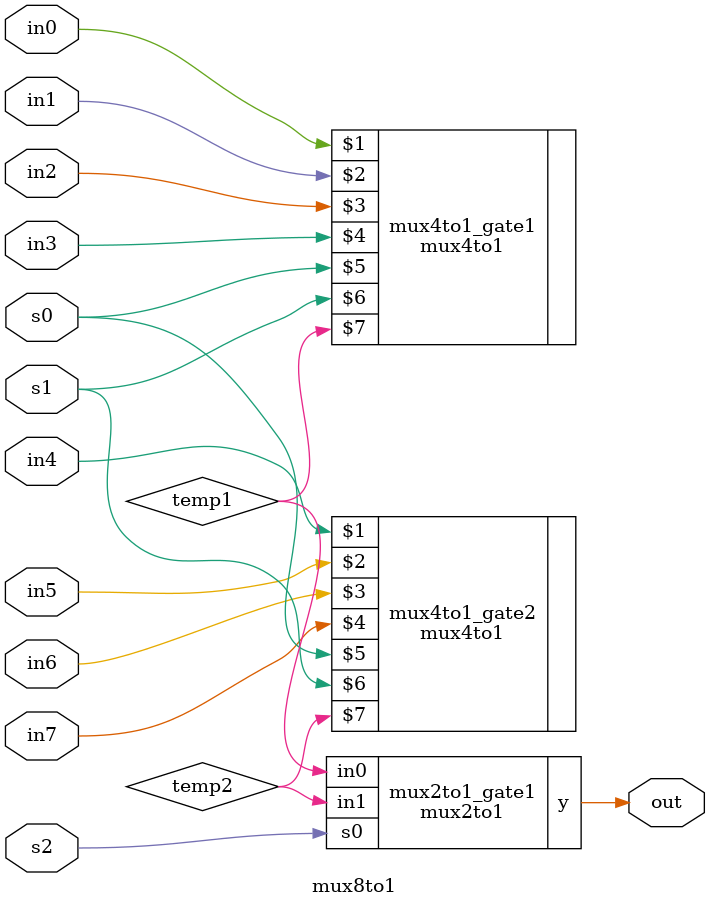
<source format=sv>
`timescale 1ns / 1ps
module mux2to1( input logic in0, in1, s0, output logic y);
    assign y = s0 ? in1 : in0; // s0 & in1 | ~s0 & in0
endmodule

module mux8to1(
    input in0,
    input in1,
    input in2,
    input in3,
    input in4,
    input in5,
    input in6,
    input in7,
    input s0,
    input s1,
    input s2,
    output out
    );
    logic temp1, temp2;
    mux4to1 mux4to1_gate1( in0, in1, in2, in3, s0, s1, temp1);
    mux4to1 mux4to1_gate2( in4, in5, in6, in7, s0, s1, temp2);
    mux2to1 mux2to1_gate1( temp1, temp2, s2, out);
endmodule

</source>
